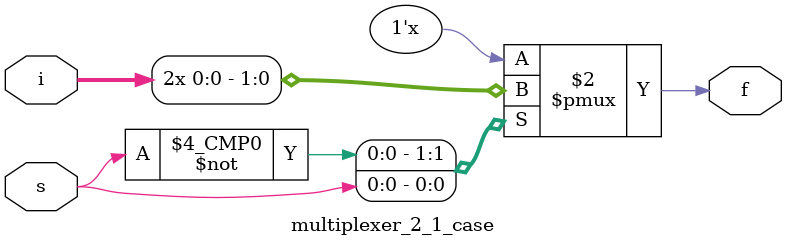
<source format=v>

module multiplexer_2_1_case(s,i,f);

// ---------- Port Declaration ---------- \\
 
  input [1:0]i; // two input i0,i1
  input s;      // select line as input
  output reg f;     // output

// ---------- Implementation ---------- \\
  
  always@(*)
  begin
      case(s)
          1'b0 : f=i;  // when input of select line 0 then i[0] as output
          1'b1 : f=i;  // when input of select line 1 then i[1] as output
      endcase
  end
endmodule

</source>
